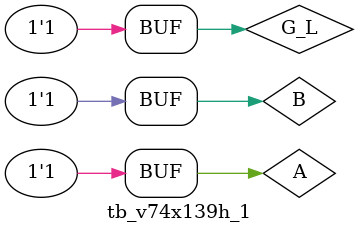
<source format=v>
`timescale 1ns / 1ns

module tb_v74x139h_1;

    reg G_L;
    reg A;
    reg B;

    wire Y0_L;
    wire Y1_L;
    wire Y2_L;
    wire Y3_L;

    dataf_v74x139h uut(
        .G_L(G_L),
        .A(A),
        .B(B),
        .Y_i(Y_i),
        .Y_L(Y_L)
    );

    initial begin
        //Initial value
        G_L = 0;
        A = 0;
        B = 0;

        #100 G_L = 0; A = 0; B = 1;
        #100 G_L = 0; A = 1; B = 0;
        #100 G_L = 0; A = 1; B = 1;
        #100 G_L = 1; A = 0; B = 0;
        #100 G_L = 1; A = 0; B = 1;
        #100 G_L = 1; A = 1; B = 0;
        #100 G_L = 1; A = 1; B = 1;
        #100;
    end
endmodule


</source>
